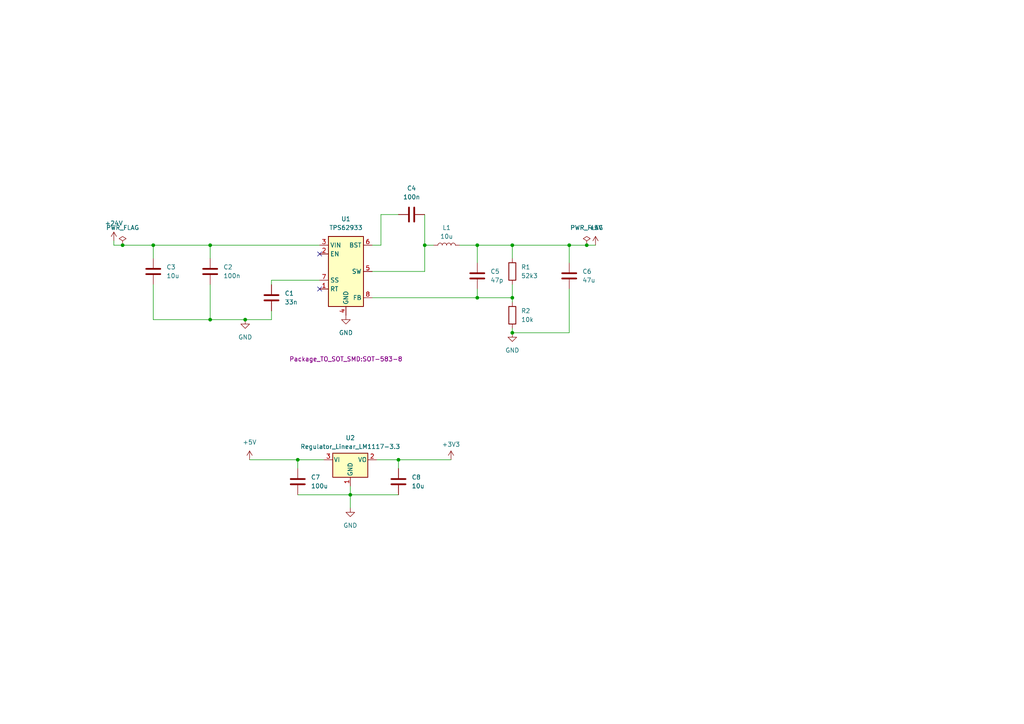
<source format=kicad_sch>
(kicad_sch (version 20230121) (generator eeschema)

  (uuid b652b05a-4e3d-4ad1-b032-18886abe7d45)

  (paper "A4")

  (title_block
    (rev "${REVISION}")
    (company "Author:")
    (comment 1 "Reviewer:")
  )

  (lib_symbols
    (symbol "Device:C" (pin_numbers hide) (pin_names (offset 0.254)) (in_bom yes) (on_board yes)
      (property "Reference" "C" (at 0.635 2.54 0)
        (effects (font (size 1.27 1.27)) (justify left))
      )
      (property "Value" "C" (at 0.635 -2.54 0)
        (effects (font (size 1.27 1.27)) (justify left))
      )
      (property "Footprint" "" (at 0.9652 -3.81 0)
        (effects (font (size 1.27 1.27)) hide)
      )
      (property "Datasheet" "~" (at 0 0 0)
        (effects (font (size 1.27 1.27)) hide)
      )
      (property "ki_keywords" "cap capacitor" (at 0 0 0)
        (effects (font (size 1.27 1.27)) hide)
      )
      (property "ki_description" "Unpolarized capacitor" (at 0 0 0)
        (effects (font (size 1.27 1.27)) hide)
      )
      (property "ki_fp_filters" "C_*" (at 0 0 0)
        (effects (font (size 1.27 1.27)) hide)
      )
      (symbol "C_0_1"
        (polyline
          (pts
            (xy -2.032 -0.762)
            (xy 2.032 -0.762)
          )
          (stroke (width 0.508) (type default))
          (fill (type none))
        )
        (polyline
          (pts
            (xy -2.032 0.762)
            (xy 2.032 0.762)
          )
          (stroke (width 0.508) (type default))
          (fill (type none))
        )
      )
      (symbol "C_1_1"
        (pin passive line (at 0 3.81 270) (length 2.794)
          (name "~" (effects (font (size 1.27 1.27))))
          (number "1" (effects (font (size 1.27 1.27))))
        )
        (pin passive line (at 0 -3.81 90) (length 2.794)
          (name "~" (effects (font (size 1.27 1.27))))
          (number "2" (effects (font (size 1.27 1.27))))
        )
      )
    )
    (symbol "Device:L" (pin_numbers hide) (pin_names (offset 1.016) hide) (in_bom yes) (on_board yes)
      (property "Reference" "L" (at -1.27 0 90)
        (effects (font (size 1.27 1.27)))
      )
      (property "Value" "L" (at 1.905 0 90)
        (effects (font (size 1.27 1.27)))
      )
      (property "Footprint" "" (at 0 0 0)
        (effects (font (size 1.27 1.27)) hide)
      )
      (property "Datasheet" "~" (at 0 0 0)
        (effects (font (size 1.27 1.27)) hide)
      )
      (property "ki_keywords" "inductor choke coil reactor magnetic" (at 0 0 0)
        (effects (font (size 1.27 1.27)) hide)
      )
      (property "ki_description" "Inductor" (at 0 0 0)
        (effects (font (size 1.27 1.27)) hide)
      )
      (property "ki_fp_filters" "Choke_* *Coil* Inductor_* L_*" (at 0 0 0)
        (effects (font (size 1.27 1.27)) hide)
      )
      (symbol "L_0_1"
        (arc (start 0 -2.54) (mid 0.6323 -1.905) (end 0 -1.27)
          (stroke (width 0) (type default))
          (fill (type none))
        )
        (arc (start 0 -1.27) (mid 0.6323 -0.635) (end 0 0)
          (stroke (width 0) (type default))
          (fill (type none))
        )
        (arc (start 0 0) (mid 0.6323 0.635) (end 0 1.27)
          (stroke (width 0) (type default))
          (fill (type none))
        )
        (arc (start 0 1.27) (mid 0.6323 1.905) (end 0 2.54)
          (stroke (width 0) (type default))
          (fill (type none))
        )
      )
      (symbol "L_1_1"
        (pin passive line (at 0 3.81 270) (length 1.27)
          (name "1" (effects (font (size 1.27 1.27))))
          (number "1" (effects (font (size 1.27 1.27))))
        )
        (pin passive line (at 0 -3.81 90) (length 1.27)
          (name "2" (effects (font (size 1.27 1.27))))
          (number "2" (effects (font (size 1.27 1.27))))
        )
      )
    )
    (symbol "Device:R" (pin_numbers hide) (pin_names (offset 0)) (in_bom yes) (on_board yes)
      (property "Reference" "R" (at 2.032 0 90)
        (effects (font (size 1.27 1.27)))
      )
      (property "Value" "R" (at 0 0 90)
        (effects (font (size 1.27 1.27)))
      )
      (property "Footprint" "" (at -1.778 0 90)
        (effects (font (size 1.27 1.27)) hide)
      )
      (property "Datasheet" "~" (at 0 0 0)
        (effects (font (size 1.27 1.27)) hide)
      )
      (property "ki_keywords" "R res resistor" (at 0 0 0)
        (effects (font (size 1.27 1.27)) hide)
      )
      (property "ki_description" "Resistor" (at 0 0 0)
        (effects (font (size 1.27 1.27)) hide)
      )
      (property "ki_fp_filters" "R_*" (at 0 0 0)
        (effects (font (size 1.27 1.27)) hide)
      )
      (symbol "R_0_1"
        (rectangle (start -1.016 -2.54) (end 1.016 2.54)
          (stroke (width 0.254) (type default))
          (fill (type none))
        )
      )
      (symbol "R_1_1"
        (pin passive line (at 0 3.81 270) (length 1.27)
          (name "~" (effects (font (size 1.27 1.27))))
          (number "1" (effects (font (size 1.27 1.27))))
        )
        (pin passive line (at 0 -3.81 90) (length 1.27)
          (name "~" (effects (font (size 1.27 1.27))))
          (number "2" (effects (font (size 1.27 1.27))))
        )
      )
    )
    (symbol "Regulator_Switching:TPS62933" (in_bom yes) (on_board yes)
      (property "Reference" "U" (at 0 13.97 0)
        (effects (font (size 1.27 1.27)))
      )
      (property "Value" "TPS62933" (at 0 11.43 0)
        (effects (font (size 1.27 1.27)))
      )
      (property "Footprint" "Package_TO_SOT_SMD:SOT-583-8" (at 0 -25.4 0)
        (effects (font (size 1.27 1.27)) hide)
      )
      (property "Datasheet" "https://www.ti.com/lit/ds/symlink/tps62933.pdf" (at 0 -22.86 0)
        (effects (font (size 1.27 1.27)) hide)
      )
      (property "ki_keywords" "synchronous buck converter " (at 0 0 0)
        (effects (font (size 1.27 1.27)) hide)
      )
      (property "ki_description" "3.8-V to 30-V, 2-A, 3-A Synchronous Buck Converters, SOT583-8" (at 0 0 0)
        (effects (font (size 1.27 1.27)) hide)
      )
      (property "ki_fp_filters" "SOT?583*" (at 0 0 0)
        (effects (font (size 1.27 1.27)) hide)
      )
      (symbol "TPS62933_0_1"
        (rectangle (start -5.08 10.16) (end 5.08 -10.16)
          (stroke (width 0.254) (type default))
          (fill (type background))
        )
      )
      (symbol "TPS62933_1_1"
        (pin passive line (at -7.62 -5.08 0) (length 2.54)
          (name "RT" (effects (font (size 1.27 1.27))))
          (number "1" (effects (font (size 1.27 1.27))))
        )
        (pin input line (at -7.62 5.08 0) (length 2.54)
          (name "EN" (effects (font (size 1.27 1.27))))
          (number "2" (effects (font (size 1.27 1.27))))
        )
        (pin power_in line (at -7.62 7.62 0) (length 2.54)
          (name "VIN" (effects (font (size 1.27 1.27))))
          (number "3" (effects (font (size 1.27 1.27))))
        )
        (pin power_in line (at 0 -12.7 90) (length 2.54)
          (name "GND" (effects (font (size 1.27 1.27))))
          (number "4" (effects (font (size 1.27 1.27))))
        )
        (pin output line (at 7.62 0 180) (length 2.54)
          (name "SW" (effects (font (size 1.27 1.27))))
          (number "5" (effects (font (size 1.27 1.27))))
        )
        (pin passive line (at 7.62 7.62 180) (length 2.54)
          (name "BST" (effects (font (size 1.27 1.27))))
          (number "6" (effects (font (size 1.27 1.27))))
        )
        (pin passive line (at -7.62 -2.54 0) (length 2.54)
          (name "SS" (effects (font (size 1.27 1.27))))
          (number "7" (effects (font (size 1.27 1.27))))
        )
        (pin input line (at 7.62 -7.62 180) (length 2.54)
          (name "FB" (effects (font (size 1.27 1.27))))
          (number "8" (effects (font (size 1.27 1.27))))
        )
      )
    )
    (symbol "Steering_wheel:LM1117-3.3-Regulator_Linear" (pin_names (offset 0.254)) (in_bom yes) (on_board yes)
      (property "Reference" "U" (at -3.81 3.175 0)
        (effects (font (size 1.27 1.27)))
      )
      (property "Value" "Regulator_Linear_LM1117-3.3" (at 0 3.175 0)
        (effects (font (size 1.27 1.27)) (justify left))
      )
      (property "Footprint" "" (at 0 0 0)
        (effects (font (size 1.27 1.27)) hide)
      )
      (property "Datasheet" "" (at 0 0 0)
        (effects (font (size 1.27 1.27)) hide)
      )
      (property "ki_fp_filters" "SOT?223* TO?263* TO?252* TO?220*" (at 0 0 0)
        (effects (font (size 1.27 1.27)) hide)
      )
      (symbol "LM1117-3.3-Regulator_Linear_0_1"
        (rectangle (start -5.08 -5.08) (end 5.08 1.905)
          (stroke (width 0.254) (type solid))
          (fill (type background))
        )
      )
      (symbol "LM1117-3.3-Regulator_Linear_1_1"
        (pin power_in line (at 0 -7.62 90) (length 2.54)
          (name "GND" (effects (font (size 1.27 1.27))))
          (number "1" (effects (font (size 1.27 1.27))))
        )
        (pin power_out line (at 7.62 0 180) (length 2.54)
          (name "VO" (effects (font (size 1.27 1.27))))
          (number "2" (effects (font (size 1.27 1.27))))
        )
        (pin power_in line (at -7.62 0 0) (length 2.54)
          (name "VI" (effects (font (size 1.27 1.27))))
          (number "3" (effects (font (size 1.27 1.27))))
        )
      )
    )
    (symbol "power:+24V" (power) (pin_names (offset 0)) (in_bom yes) (on_board yes)
      (property "Reference" "#PWR" (at 0 -3.81 0)
        (effects (font (size 1.27 1.27)) hide)
      )
      (property "Value" "+24V" (at 0 3.556 0)
        (effects (font (size 1.27 1.27)))
      )
      (property "Footprint" "" (at 0 0 0)
        (effects (font (size 1.27 1.27)) hide)
      )
      (property "Datasheet" "" (at 0 0 0)
        (effects (font (size 1.27 1.27)) hide)
      )
      (property "ki_keywords" "global power" (at 0 0 0)
        (effects (font (size 1.27 1.27)) hide)
      )
      (property "ki_description" "Power symbol creates a global label with name \"+24V\"" (at 0 0 0)
        (effects (font (size 1.27 1.27)) hide)
      )
      (symbol "+24V_0_1"
        (polyline
          (pts
            (xy -0.762 1.27)
            (xy 0 2.54)
          )
          (stroke (width 0) (type default))
          (fill (type none))
        )
        (polyline
          (pts
            (xy 0 0)
            (xy 0 2.54)
          )
          (stroke (width 0) (type default))
          (fill (type none))
        )
        (polyline
          (pts
            (xy 0 2.54)
            (xy 0.762 1.27)
          )
          (stroke (width 0) (type default))
          (fill (type none))
        )
      )
      (symbol "+24V_1_1"
        (pin power_in line (at 0 0 90) (length 0) hide
          (name "+24V" (effects (font (size 1.27 1.27))))
          (number "1" (effects (font (size 1.27 1.27))))
        )
      )
    )
    (symbol "power:+3V3" (power) (pin_names (offset 0)) (in_bom yes) (on_board yes)
      (property "Reference" "#PWR" (at 0 -3.81 0)
        (effects (font (size 1.27 1.27)) hide)
      )
      (property "Value" "+3V3" (at 0 3.556 0)
        (effects (font (size 1.27 1.27)))
      )
      (property "Footprint" "" (at 0 0 0)
        (effects (font (size 1.27 1.27)) hide)
      )
      (property "Datasheet" "" (at 0 0 0)
        (effects (font (size 1.27 1.27)) hide)
      )
      (property "ki_keywords" "global power" (at 0 0 0)
        (effects (font (size 1.27 1.27)) hide)
      )
      (property "ki_description" "Power symbol creates a global label with name \"+3V3\"" (at 0 0 0)
        (effects (font (size 1.27 1.27)) hide)
      )
      (symbol "+3V3_0_1"
        (polyline
          (pts
            (xy -0.762 1.27)
            (xy 0 2.54)
          )
          (stroke (width 0) (type default))
          (fill (type none))
        )
        (polyline
          (pts
            (xy 0 0)
            (xy 0 2.54)
          )
          (stroke (width 0) (type default))
          (fill (type none))
        )
        (polyline
          (pts
            (xy 0 2.54)
            (xy 0.762 1.27)
          )
          (stroke (width 0) (type default))
          (fill (type none))
        )
      )
      (symbol "+3V3_1_1"
        (pin power_in line (at 0 0 90) (length 0) hide
          (name "+3V3" (effects (font (size 1.27 1.27))))
          (number "1" (effects (font (size 1.27 1.27))))
        )
      )
    )
    (symbol "power:+5V" (power) (pin_names (offset 0)) (in_bom yes) (on_board yes)
      (property "Reference" "#PWR" (at 0 -3.81 0)
        (effects (font (size 1.27 1.27)) hide)
      )
      (property "Value" "+5V" (at 0 3.556 0)
        (effects (font (size 1.27 1.27)))
      )
      (property "Footprint" "" (at 0 0 0)
        (effects (font (size 1.27 1.27)) hide)
      )
      (property "Datasheet" "" (at 0 0 0)
        (effects (font (size 1.27 1.27)) hide)
      )
      (property "ki_keywords" "global power" (at 0 0 0)
        (effects (font (size 1.27 1.27)) hide)
      )
      (property "ki_description" "Power symbol creates a global label with name \"+5V\"" (at 0 0 0)
        (effects (font (size 1.27 1.27)) hide)
      )
      (symbol "+5V_0_1"
        (polyline
          (pts
            (xy -0.762 1.27)
            (xy 0 2.54)
          )
          (stroke (width 0) (type default))
          (fill (type none))
        )
        (polyline
          (pts
            (xy 0 0)
            (xy 0 2.54)
          )
          (stroke (width 0) (type default))
          (fill (type none))
        )
        (polyline
          (pts
            (xy 0 2.54)
            (xy 0.762 1.27)
          )
          (stroke (width 0) (type default))
          (fill (type none))
        )
      )
      (symbol "+5V_1_1"
        (pin power_in line (at 0 0 90) (length 0) hide
          (name "+5V" (effects (font (size 1.27 1.27))))
          (number "1" (effects (font (size 1.27 1.27))))
        )
      )
    )
    (symbol "power:GND" (power) (pin_names (offset 0)) (in_bom yes) (on_board yes)
      (property "Reference" "#PWR" (at 0 -6.35 0)
        (effects (font (size 1.27 1.27)) hide)
      )
      (property "Value" "GND" (at 0 -3.81 0)
        (effects (font (size 1.27 1.27)))
      )
      (property "Footprint" "" (at 0 0 0)
        (effects (font (size 1.27 1.27)) hide)
      )
      (property "Datasheet" "" (at 0 0 0)
        (effects (font (size 1.27 1.27)) hide)
      )
      (property "ki_keywords" "global power" (at 0 0 0)
        (effects (font (size 1.27 1.27)) hide)
      )
      (property "ki_description" "Power symbol creates a global label with name \"GND\" , ground" (at 0 0 0)
        (effects (font (size 1.27 1.27)) hide)
      )
      (symbol "GND_0_1"
        (polyline
          (pts
            (xy 0 0)
            (xy 0 -1.27)
            (xy 1.27 -1.27)
            (xy 0 -2.54)
            (xy -1.27 -1.27)
            (xy 0 -1.27)
          )
          (stroke (width 0) (type default))
          (fill (type none))
        )
      )
      (symbol "GND_1_1"
        (pin power_in line (at 0 0 270) (length 0) hide
          (name "GND" (effects (font (size 1.27 1.27))))
          (number "1" (effects (font (size 1.27 1.27))))
        )
      )
    )
    (symbol "power:PWR_FLAG" (power) (pin_numbers hide) (pin_names (offset 0) hide) (in_bom yes) (on_board yes)
      (property "Reference" "#FLG" (at 0 1.905 0)
        (effects (font (size 1.27 1.27)) hide)
      )
      (property "Value" "PWR_FLAG" (at 0 3.81 0)
        (effects (font (size 1.27 1.27)))
      )
      (property "Footprint" "" (at 0 0 0)
        (effects (font (size 1.27 1.27)) hide)
      )
      (property "Datasheet" "~" (at 0 0 0)
        (effects (font (size 1.27 1.27)) hide)
      )
      (property "ki_keywords" "flag power" (at 0 0 0)
        (effects (font (size 1.27 1.27)) hide)
      )
      (property "ki_description" "Special symbol for telling ERC where power comes from" (at 0 0 0)
        (effects (font (size 1.27 1.27)) hide)
      )
      (symbol "PWR_FLAG_0_0"
        (pin power_out line (at 0 0 90) (length 0)
          (name "pwr" (effects (font (size 1.27 1.27))))
          (number "1" (effects (font (size 1.27 1.27))))
        )
      )
      (symbol "PWR_FLAG_0_1"
        (polyline
          (pts
            (xy 0 0)
            (xy 0 1.27)
            (xy -1.016 1.905)
            (xy 0 2.54)
            (xy 1.016 1.905)
            (xy 0 1.27)
          )
          (stroke (width 0) (type default))
          (fill (type none))
        )
      )
    )
  )

  (junction (at 148.59 96.52) (diameter 0) (color 0 0 0 0)
    (uuid 0f165e2d-cdbf-46b2-8d29-0079a4b442b8)
  )
  (junction (at 148.59 71.12) (diameter 0) (color 0 0 0 0)
    (uuid 16fc357f-42fd-4089-8bbb-bcf2ff4c5a2f)
  )
  (junction (at 170.18 71.12) (diameter 0) (color 0 0 0 0)
    (uuid 287561bc-0a60-4dce-b47e-4a2f9224620c)
  )
  (junction (at 71.12 92.71) (diameter 0) (color 0 0 0 0)
    (uuid 2b07c908-47bc-4e4a-9811-27f385853760)
  )
  (junction (at 138.43 86.36) (diameter 0) (color 0 0 0 0)
    (uuid 31e5bfb3-da19-45fe-8217-b4e9c79f1b15)
  )
  (junction (at 148.59 86.36) (diameter 0) (color 0 0 0 0)
    (uuid 38f10fa3-5f3d-4f2e-80df-9245a31b6880)
  )
  (junction (at 60.96 92.71) (diameter 0) (color 0 0 0 0)
    (uuid 39e6ec0e-3ec1-443d-986c-baa63f719a96)
  )
  (junction (at 44.45 71.12) (diameter 0) (color 0 0 0 0)
    (uuid 3ee8237c-01f9-40fa-9437-dca1554e3ee1)
  )
  (junction (at 123.19 71.12) (diameter 0) (color 0 0 0 0)
    (uuid 464087c2-fa3a-416a-9e94-cff64c7e935b)
  )
  (junction (at 35.56 71.12) (diameter 0) (color 0 0 0 0)
    (uuid 6335adff-df16-45c0-a444-1010793c4c30)
  )
  (junction (at 60.96 71.12) (diameter 0) (color 0 0 0 0)
    (uuid 8cdfe61c-c38d-4c3c-8e39-1b43c44689d5)
  )
  (junction (at 86.36 133.35) (diameter 0) (color 0 0 0 0)
    (uuid 9a8085fe-04df-4993-8663-4582967707db)
  )
  (junction (at 101.6 143.51) (diameter 0) (color 0 0 0 0)
    (uuid 9d25ca48-4533-4ce5-878f-951db7e574f4)
  )
  (junction (at 115.57 133.35) (diameter 0) (color 0 0 0 0)
    (uuid d54a6371-99ff-472a-b4a4-bb202c8081ab)
  )
  (junction (at 138.43 71.12) (diameter 0) (color 0 0 0 0)
    (uuid eb751483-7090-447d-be80-308aeb813f10)
  )
  (junction (at 165.1 71.12) (diameter 0) (color 0 0 0 0)
    (uuid f69e1742-ccdd-46f1-a027-6ac509ebcddb)
  )

  (no_connect (at 92.71 83.82) (uuid 428b5a33-c462-46fd-abf0-50f4f7d8b00e))
  (no_connect (at 92.71 73.66) (uuid a0eca858-82bd-4332-ab2e-16bc14bb89a2))

  (wire (pts (xy 101.6 147.32) (xy 101.6 143.51))
    (stroke (width 0) (type default))
    (uuid 08ca2563-7d0d-41ed-a146-e6a6c7a1afa2)
  )
  (wire (pts (xy 138.43 71.12) (xy 138.43 76.2))
    (stroke (width 0) (type default))
    (uuid 1181b415-757a-41d4-a09b-a39d49089994)
  )
  (wire (pts (xy 78.74 90.17) (xy 78.74 92.71))
    (stroke (width 0) (type default))
    (uuid 17061e15-b5cd-470d-bf52-79a506f52e01)
  )
  (wire (pts (xy 148.59 86.36) (xy 138.43 86.36))
    (stroke (width 0) (type default))
    (uuid 1bd1de55-017e-4d48-b12f-e30a02355569)
  )
  (wire (pts (xy 133.35 71.12) (xy 138.43 71.12))
    (stroke (width 0) (type default))
    (uuid 29571827-72d7-4149-83df-5788eb17d4c7)
  )
  (wire (pts (xy 78.74 82.55) (xy 78.74 81.28))
    (stroke (width 0) (type default))
    (uuid 297a2ea2-ebaa-41c7-9896-d81f63d4114f)
  )
  (wire (pts (xy 86.36 133.35) (xy 86.36 135.89))
    (stroke (width 0) (type default))
    (uuid 29a5d477-5eda-445b-ae27-fe4d53a06f1e)
  )
  (wire (pts (xy 123.19 62.23) (xy 123.19 71.12))
    (stroke (width 0) (type default))
    (uuid 30f3806b-df97-4fdf-8d4f-4f70006ea502)
  )
  (wire (pts (xy 148.59 74.93) (xy 148.59 71.12))
    (stroke (width 0) (type default))
    (uuid 33064405-31fa-44e0-80c2-5f5c1cf2f57e)
  )
  (wire (pts (xy 107.95 78.74) (xy 123.19 78.74))
    (stroke (width 0) (type default))
    (uuid 35c12a5f-c4bb-406f-9bb1-fff88b517ddf)
  )
  (wire (pts (xy 60.96 82.55) (xy 60.96 92.71))
    (stroke (width 0) (type default))
    (uuid 37d5e471-9256-4898-a253-76b13bdf29b1)
  )
  (wire (pts (xy 115.57 133.35) (xy 130.81 133.35))
    (stroke (width 0) (type default))
    (uuid 3a898d5d-6374-4c3f-b0b7-5d47ae1d5da8)
  )
  (wire (pts (xy 101.6 143.51) (xy 101.6 140.97))
    (stroke (width 0) (type default))
    (uuid 3c5721ad-45fa-45ff-a67b-bc0ac2a81b58)
  )
  (wire (pts (xy 33.02 71.12) (xy 35.56 71.12))
    (stroke (width 0) (type default))
    (uuid 412aab78-eb90-4010-a160-0d1a2348186a)
  )
  (wire (pts (xy 44.45 92.71) (xy 60.96 92.71))
    (stroke (width 0) (type default))
    (uuid 4b38c145-060a-4930-8380-74625e960c8d)
  )
  (wire (pts (xy 60.96 92.71) (xy 71.12 92.71))
    (stroke (width 0) (type default))
    (uuid 50a11e95-b025-4202-8e72-30c97d53365d)
  )
  (wire (pts (xy 33.02 69.85) (xy 33.02 71.12))
    (stroke (width 0) (type default))
    (uuid 619f3438-0991-4e60-9f08-c75485cfda98)
  )
  (wire (pts (xy 165.1 96.52) (xy 148.59 96.52))
    (stroke (width 0) (type default))
    (uuid 6307a182-93e1-4dac-9cc3-a3e7c8766817)
  )
  (wire (pts (xy 101.6 143.51) (xy 115.57 143.51))
    (stroke (width 0) (type default))
    (uuid 68ca7322-4bd6-46aa-a7d3-7b398376465f)
  )
  (wire (pts (xy 148.59 86.36) (xy 148.59 87.63))
    (stroke (width 0) (type default))
    (uuid 6d5e5529-dbac-4f2d-92db-50e4528ee41f)
  )
  (wire (pts (xy 78.74 81.28) (xy 92.71 81.28))
    (stroke (width 0) (type default))
    (uuid 72b1d1d9-63cf-4049-a5e3-3d14c8fd473f)
  )
  (wire (pts (xy 110.49 62.23) (xy 115.57 62.23))
    (stroke (width 0) (type default))
    (uuid 778d4a86-6e44-4a80-9418-1790085db014)
  )
  (wire (pts (xy 123.19 71.12) (xy 125.73 71.12))
    (stroke (width 0) (type default))
    (uuid 791f3f7e-f965-4641-bad0-8a0897bfa028)
  )
  (wire (pts (xy 71.12 92.71) (xy 78.74 92.71))
    (stroke (width 0) (type default))
    (uuid 87ae94ad-a3b1-45d1-9939-2a555a649216)
  )
  (wire (pts (xy 138.43 71.12) (xy 148.59 71.12))
    (stroke (width 0) (type default))
    (uuid 917652d4-5934-46e9-981c-bfd6212df45b)
  )
  (wire (pts (xy 109.22 133.35) (xy 115.57 133.35))
    (stroke (width 0) (type default))
    (uuid 93e93ba8-93fb-4756-b31f-fb562a0983df)
  )
  (wire (pts (xy 148.59 71.12) (xy 165.1 71.12))
    (stroke (width 0) (type default))
    (uuid 9761be6b-e649-4dfc-b19f-0c6ba566d45e)
  )
  (wire (pts (xy 60.96 74.93) (xy 60.96 71.12))
    (stroke (width 0) (type default))
    (uuid a34e648d-6ee9-48f0-98a2-435ac4f49a0f)
  )
  (wire (pts (xy 123.19 78.74) (xy 123.19 71.12))
    (stroke (width 0) (type default))
    (uuid abb552f0-e6c7-42a9-874c-47f51cdd2374)
  )
  (wire (pts (xy 44.45 82.55) (xy 44.45 92.71))
    (stroke (width 0) (type default))
    (uuid ac1c006c-4169-4149-a600-7d53f8b62ce3)
  )
  (wire (pts (xy 60.96 71.12) (xy 92.71 71.12))
    (stroke (width 0) (type default))
    (uuid b10ab575-cbc2-4c63-9a73-9516a79e4108)
  )
  (wire (pts (xy 165.1 83.82) (xy 165.1 96.52))
    (stroke (width 0) (type default))
    (uuid b750b62b-23c1-4a34-838d-2178c4cc284c)
  )
  (wire (pts (xy 107.95 86.36) (xy 138.43 86.36))
    (stroke (width 0) (type default))
    (uuid b9bea8ba-dea9-4873-a70d-de5be74b2534)
  )
  (wire (pts (xy 35.56 71.12) (xy 44.45 71.12))
    (stroke (width 0) (type default))
    (uuid ba378c31-51e4-4501-99fb-f53e4145b2a5)
  )
  (wire (pts (xy 107.95 71.12) (xy 110.49 71.12))
    (stroke (width 0) (type default))
    (uuid bc4f9b91-1d81-4825-8fef-9c925be9e1f3)
  )
  (wire (pts (xy 44.45 74.93) (xy 44.45 71.12))
    (stroke (width 0) (type default))
    (uuid be13f394-5fa0-48df-92b2-eeb83c61997f)
  )
  (wire (pts (xy 170.18 71.12) (xy 172.72 71.12))
    (stroke (width 0) (type default))
    (uuid c692278e-98ae-430e-a257-698a8595f908)
  )
  (wire (pts (xy 165.1 76.2) (xy 165.1 71.12))
    (stroke (width 0) (type default))
    (uuid cb20f0b2-3c6c-46ea-b813-a8519188df77)
  )
  (wire (pts (xy 115.57 133.35) (xy 115.57 135.89))
    (stroke (width 0) (type default))
    (uuid ccc7e99f-1455-429c-90f8-4bb4d14aa3c5)
  )
  (wire (pts (xy 44.45 71.12) (xy 60.96 71.12))
    (stroke (width 0) (type default))
    (uuid cfa2ba6c-8e00-4e87-9756-fb9075c39f45)
  )
  (wire (pts (xy 86.36 133.35) (xy 93.98 133.35))
    (stroke (width 0) (type default))
    (uuid d58deee5-17e8-4118-9e2e-6131d29449ed)
  )
  (wire (pts (xy 110.49 71.12) (xy 110.49 62.23))
    (stroke (width 0) (type default))
    (uuid d60182d8-a0ee-4ef8-af69-0b027eb234f8)
  )
  (wire (pts (xy 165.1 71.12) (xy 170.18 71.12))
    (stroke (width 0) (type default))
    (uuid d832f94e-5e8b-4e5f-a536-fc23e71190ea)
  )
  (wire (pts (xy 148.59 95.25) (xy 148.59 96.52))
    (stroke (width 0) (type default))
    (uuid e09a5e86-f7b8-4811-8991-75e80f030f02)
  )
  (wire (pts (xy 138.43 86.36) (xy 138.43 83.82))
    (stroke (width 0) (type default))
    (uuid f58a4c85-ec5f-4ff4-8c24-5d1f309ffd39)
  )
  (wire (pts (xy 72.39 133.35) (xy 86.36 133.35))
    (stroke (width 0) (type default))
    (uuid facb63a8-3621-4c55-ad38-c5f1873aee8f)
  )
  (wire (pts (xy 148.59 82.55) (xy 148.59 86.36))
    (stroke (width 0) (type default))
    (uuid fb0c1017-9e23-411a-b688-526d666b3e01)
  )
  (wire (pts (xy 86.36 143.51) (xy 101.6 143.51))
    (stroke (width 0) (type default))
    (uuid fb9c4ab0-1250-490c-90d3-03eea6a8a54c)
  )

  (symbol (lib_id "Device:C") (at 60.96 78.74 0) (unit 1)
    (in_bom yes) (on_board yes) (dnp no) (fields_autoplaced)
    (uuid 0a11c60b-1bbe-448d-aeb3-5ddaf3375be1)
    (property "Reference" "C2" (at 64.77 77.47 0)
      (effects (font (size 1.27 1.27)) (justify left))
    )
    (property "Value" "100n" (at 64.77 80.01 0)
      (effects (font (size 1.27 1.27)) (justify left))
    )
    (property "Footprint" "Capacitor_SMD:C_0603_1608Metric" (at 61.9252 82.55 0)
      (effects (font (size 1.27 1.27)) hide)
    )
    (property "Datasheet" "~" (at 60.96 78.74 0)
      (effects (font (size 1.27 1.27)) hide)
    )
    (pin "1" (uuid ae285c08-702b-40bb-9f55-ee4a41078436))
    (pin "2" (uuid 36cc5205-907c-430c-996f-b77120620e10))
    (instances
      (project "Steering_wheel"
        (path "/0aa90e28-4005-4a42-b82e-6d9887b67114/2d921aa5-9df3-4a9d-9769-0ae8f724029f"
          (reference "C2") (unit 1)
        )
      )
      (project "Streeing_wheel"
        (path "/b652b05a-4e3d-4ad1-b032-18886abe7d45"
          (reference "C2") (unit 1)
        )
      )
    )
  )

  (symbol (lib_id "power:+5V") (at 72.39 133.35 0) (unit 1)
    (in_bom yes) (on_board yes) (dnp no) (fields_autoplaced)
    (uuid 0bd20b64-8156-43f3-9130-5818355764c2)
    (property "Reference" "#PWR07" (at 72.39 137.16 0)
      (effects (font (size 1.27 1.27)) hide)
    )
    (property "Value" "+5V" (at 72.39 128.27 0)
      (effects (font (size 1.27 1.27)))
    )
    (property "Footprint" "" (at 72.39 133.35 0)
      (effects (font (size 1.27 1.27)) hide)
    )
    (property "Datasheet" "" (at 72.39 133.35 0)
      (effects (font (size 1.27 1.27)) hide)
    )
    (pin "1" (uuid bbda12eb-6f68-4444-ab1f-c8fb1bac245c))
    (instances
      (project "Steering_wheel"
        (path "/0aa90e28-4005-4a42-b82e-6d9887b67114/2d921aa5-9df3-4a9d-9769-0ae8f724029f"
          (reference "#PWR07") (unit 1)
        )
      )
      (project "Streeing_wheel"
        (path "/b652b05a-4e3d-4ad1-b032-18886abe7d45"
          (reference "#PWR07") (unit 1)
        )
      )
    )
  )

  (symbol (lib_id "power:PWR_FLAG") (at 170.18 71.12 0) (unit 1)
    (in_bom yes) (on_board yes) (dnp no) (fields_autoplaced)
    (uuid 0d5c4318-ea65-4922-b5e4-49774c9a37db)
    (property "Reference" "#FLG02" (at 170.18 69.215 0)
      (effects (font (size 1.27 1.27)) hide)
    )
    (property "Value" "PWR_FLAG" (at 170.18 66.04 0)
      (effects (font (size 1.27 1.27)))
    )
    (property "Footprint" "" (at 170.18 71.12 0)
      (effects (font (size 1.27 1.27)) hide)
    )
    (property "Datasheet" "~" (at 170.18 71.12 0)
      (effects (font (size 1.27 1.27)) hide)
    )
    (pin "1" (uuid ec94b999-74df-4c1a-a78a-4d5c216bd5ff))
    (instances
      (project "Steering_wheel"
        (path "/0aa90e28-4005-4a42-b82e-6d9887b67114/2d921aa5-9df3-4a9d-9769-0ae8f724029f"
          (reference "#FLG02") (unit 1)
        )
      )
      (project "Streeing_wheel"
        (path "/b652b05a-4e3d-4ad1-b032-18886abe7d45"
          (reference "#FLG02") (unit 1)
        )
      )
    )
  )

  (symbol (lib_id "Device:C") (at 119.38 62.23 90) (unit 1)
    (in_bom yes) (on_board yes) (dnp no) (fields_autoplaced)
    (uuid 240c03a7-6566-48a5-9a1b-0db579723fe6)
    (property "Reference" "C4" (at 119.38 54.61 90)
      (effects (font (size 1.27 1.27)))
    )
    (property "Value" "100n" (at 119.38 57.15 90)
      (effects (font (size 1.27 1.27)))
    )
    (property "Footprint" "Capacitor_SMD:C_0603_1608Metric" (at 123.19 61.2648 0)
      (effects (font (size 1.27 1.27)) hide)
    )
    (property "Datasheet" "~" (at 119.38 62.23 0)
      (effects (font (size 1.27 1.27)) hide)
    )
    (pin "1" (uuid a6dc373d-f4a0-452c-81e3-63f9841aa025))
    (pin "2" (uuid 2c585047-8cc8-4549-8544-f781a4a10f81))
    (instances
      (project "Steering_wheel"
        (path "/0aa90e28-4005-4a42-b82e-6d9887b67114/2d921aa5-9df3-4a9d-9769-0ae8f724029f"
          (reference "C4") (unit 1)
        )
      )
      (project "Streeing_wheel"
        (path "/b652b05a-4e3d-4ad1-b032-18886abe7d45"
          (reference "C4") (unit 1)
        )
      )
    )
  )

  (symbol (lib_id "Device:L") (at 129.54 71.12 90) (unit 1)
    (in_bom yes) (on_board yes) (dnp no) (fields_autoplaced)
    (uuid 272038fd-1877-4f18-bc97-1663e2ba7a6d)
    (property "Reference" "L1" (at 129.54 66.04 90)
      (effects (font (size 1.27 1.27)))
    )
    (property "Value" "10u" (at 129.54 68.58 90)
      (effects (font (size 1.27 1.27)))
    )
    (property "Footprint" "Inductor_SMD:L_0603_1608Metric" (at 129.54 71.12 0)
      (effects (font (size 1.27 1.27)) hide)
    )
    (property "Datasheet" "~" (at 129.54 71.12 0)
      (effects (font (size 1.27 1.27)) hide)
    )
    (pin "1" (uuid d80edaac-c01e-4e98-b179-2cc30d6e4cba))
    (pin "2" (uuid 5e30c1f6-7a1f-4e8b-85fd-7812f62dadc5))
    (instances
      (project "Steering_wheel"
        (path "/0aa90e28-4005-4a42-b82e-6d9887b67114/2d921aa5-9df3-4a9d-9769-0ae8f724029f"
          (reference "L1") (unit 1)
        )
      )
      (project "Streeing_wheel"
        (path "/b652b05a-4e3d-4ad1-b032-18886abe7d45"
          (reference "L1") (unit 1)
        )
      )
    )
  )

  (symbol (lib_id "Device:R") (at 148.59 78.74 0) (unit 1)
    (in_bom yes) (on_board yes) (dnp no) (fields_autoplaced)
    (uuid 2bf3c6b9-6483-47c5-9778-dae85c6c6016)
    (property "Reference" "R1" (at 151.13 77.47 0)
      (effects (font (size 1.27 1.27)) (justify left))
    )
    (property "Value" "52k3" (at 151.13 80.01 0)
      (effects (font (size 1.27 1.27)) (justify left))
    )
    (property "Footprint" "Resistor_SMD:R_0603_1608Metric" (at 146.812 78.74 90)
      (effects (font (size 1.27 1.27)) hide)
    )
    (property "Datasheet" "~" (at 148.59 78.74 0)
      (effects (font (size 1.27 1.27)) hide)
    )
    (pin "1" (uuid 64f35c97-bee0-4b60-ba02-c19c3e0acb85))
    (pin "2" (uuid 9644bb83-9434-46e2-805f-3927911fa61c))
    (instances
      (project "Steering_wheel"
        (path "/0aa90e28-4005-4a42-b82e-6d9887b67114/2d921aa5-9df3-4a9d-9769-0ae8f724029f"
          (reference "R1") (unit 1)
        )
      )
      (project "Streeing_wheel"
        (path "/b652b05a-4e3d-4ad1-b032-18886abe7d45"
          (reference "R1") (unit 1)
        )
      )
    )
  )

  (symbol (lib_id "Device:C") (at 138.43 80.01 180) (unit 1)
    (in_bom yes) (on_board yes) (dnp no) (fields_autoplaced)
    (uuid 2fa68544-4f1c-440e-af8f-2a8c8d7b3260)
    (property "Reference" "C5" (at 142.24 78.74 0)
      (effects (font (size 1.27 1.27)) (justify right))
    )
    (property "Value" "47p" (at 142.24 81.28 0)
      (effects (font (size 1.27 1.27)) (justify right))
    )
    (property "Footprint" "Capacitor_SMD:C_0603_1608Metric" (at 137.4648 76.2 0)
      (effects (font (size 1.27 1.27)) hide)
    )
    (property "Datasheet" "~" (at 138.43 80.01 0)
      (effects (font (size 1.27 1.27)) hide)
    )
    (pin "1" (uuid 31e5e5d6-e031-4cfd-bf6c-a26379b1accd))
    (pin "2" (uuid 5ad32ee9-2278-449e-a478-d825662f4ac1))
    (instances
      (project "Steering_wheel"
        (path "/0aa90e28-4005-4a42-b82e-6d9887b67114/2d921aa5-9df3-4a9d-9769-0ae8f724029f"
          (reference "C5") (unit 1)
        )
      )
      (project "Streeing_wheel"
        (path "/b652b05a-4e3d-4ad1-b032-18886abe7d45"
          (reference "C5") (unit 1)
        )
      )
    )
  )

  (symbol (lib_id "power:+24V") (at 33.02 69.85 0) (unit 1)
    (in_bom yes) (on_board yes) (dnp no) (fields_autoplaced)
    (uuid 2fcb9db2-8760-4428-b4a3-d00163188709)
    (property "Reference" "#PWR04" (at 33.02 73.66 0)
      (effects (font (size 1.27 1.27)) hide)
    )
    (property "Value" "+24V" (at 33.02 64.77 0)
      (effects (font (size 1.27 1.27)))
    )
    (property "Footprint" "" (at 33.02 69.85 0)
      (effects (font (size 1.27 1.27)) hide)
    )
    (property "Datasheet" "" (at 33.02 69.85 0)
      (effects (font (size 1.27 1.27)) hide)
    )
    (property "Sim.Device" "V" (at 33.02 69.85 0)
      (effects (font (size 1.27 1.27)) hide)
    )
    (property "Sim.Type" "DC" (at 33.02 69.85 0)
      (effects (font (size 1.27 1.27)) hide)
    )
    (property "Sim.Pins" "1=+" (at 33.02 69.85 0)
      (effects (font (size 1.27 1.27)) hide)
    )
    (property "Sim.Params" "dc=\"\"" (at 33.02 69.85 0)
      (effects (font (size 1.27 1.27)) hide)
    )
    (pin "1" (uuid 60a302bc-e0f6-471f-bab5-fcffbe7d521c))
    (instances
      (project "Steering_wheel"
        (path "/0aa90e28-4005-4a42-b82e-6d9887b67114/2d921aa5-9df3-4a9d-9769-0ae8f724029f"
          (reference "#PWR04") (unit 1)
        )
      )
      (project "Streeing_wheel"
        (path "/b652b05a-4e3d-4ad1-b032-18886abe7d45"
          (reference "#PWR04") (unit 1)
        )
      )
    )
  )

  (symbol (lib_id "Steering_wheel:LM1117-3.3-Regulator_Linear") (at 101.6 133.35 0) (unit 1)
    (in_bom yes) (on_board yes) (dnp no) (fields_autoplaced)
    (uuid 5a137a8f-cad7-4ab4-9268-ea7b3f54f47c)
    (property "Reference" "U2" (at 101.6 127 0)
      (effects (font (size 1.27 1.27)))
    )
    (property "Value" "Regulator_Linear_LM1117-3.3" (at 101.6 129.54 0)
      (effects (font (size 1.27 1.27)))
    )
    (property "Footprint" "Package_TO_SOT_SMD:SOT-23" (at 101.6 133.35 0)
      (effects (font (size 1.27 1.27)) hide)
    )
    (property "Datasheet" "https://www.ti.com/lit/ds/symlink/lm1117.pdf" (at 101.6 133.35 0)
      (effects (font (size 1.27 1.27)) hide)
    )
    (pin "2" (uuid 031513eb-af92-43cd-81d7-eff22fd2ce2d))
    (pin "3" (uuid d4183fd2-7afc-493b-adc0-1522b27ddcaa))
    (pin "1" (uuid 0cc9e97e-e295-43ef-9f18-d710dba030e1))
    (instances
      (project "Steering_wheel"
        (path "/0aa90e28-4005-4a42-b82e-6d9887b67114/2d921aa5-9df3-4a9d-9769-0ae8f724029f"
          (reference "U2") (unit 1)
        )
      )
    )
  )

  (symbol (lib_id "power:+5V") (at 172.72 71.12 0) (unit 1)
    (in_bom yes) (on_board yes) (dnp no) (fields_autoplaced)
    (uuid 62494392-b719-4532-8334-c1e916eb033b)
    (property "Reference" "#PWR05" (at 172.72 74.93 0)
      (effects (font (size 1.27 1.27)) hide)
    )
    (property "Value" "+5V" (at 172.72 66.04 0)
      (effects (font (size 1.27 1.27)))
    )
    (property "Footprint" "" (at 172.72 71.12 0)
      (effects (font (size 1.27 1.27)) hide)
    )
    (property "Datasheet" "" (at 172.72 71.12 0)
      (effects (font (size 1.27 1.27)) hide)
    )
    (pin "1" (uuid 6d62dd10-9f98-4a9c-b45e-1d152a093ba9))
    (instances
      (project "Steering_wheel"
        (path "/0aa90e28-4005-4a42-b82e-6d9887b67114/2d921aa5-9df3-4a9d-9769-0ae8f724029f"
          (reference "#PWR05") (unit 1)
        )
      )
      (project "Streeing_wheel"
        (path "/b652b05a-4e3d-4ad1-b032-18886abe7d45"
          (reference "#PWR05") (unit 1)
        )
      )
    )
  )

  (symbol (lib_id "Device:R") (at 148.59 91.44 0) (unit 1)
    (in_bom yes) (on_board yes) (dnp no) (fields_autoplaced)
    (uuid 62583d86-2492-433d-9efe-24836422d7a7)
    (property "Reference" "R2" (at 151.13 90.17 0)
      (effects (font (size 1.27 1.27)) (justify left))
    )
    (property "Value" "10k" (at 151.13 92.71 0)
      (effects (font (size 1.27 1.27)) (justify left))
    )
    (property "Footprint" "Resistor_SMD:R_0603_1608Metric" (at 146.812 91.44 90)
      (effects (font (size 1.27 1.27)) hide)
    )
    (property "Datasheet" "~" (at 148.59 91.44 0)
      (effects (font (size 1.27 1.27)) hide)
    )
    (pin "1" (uuid 72407769-23a7-434c-85e2-7f2a9ae55665))
    (pin "2" (uuid 6bcf0b57-5c1c-478d-9998-117c512fff40))
    (instances
      (project "Steering_wheel"
        (path "/0aa90e28-4005-4a42-b82e-6d9887b67114/2d921aa5-9df3-4a9d-9769-0ae8f724029f"
          (reference "R2") (unit 1)
        )
      )
      (project "Streeing_wheel"
        (path "/b652b05a-4e3d-4ad1-b032-18886abe7d45"
          (reference "R2") (unit 1)
        )
      )
    )
  )

  (symbol (lib_id "power:GND") (at 100.33 91.44 0) (unit 1)
    (in_bom yes) (on_board yes) (dnp no) (fields_autoplaced)
    (uuid 6deae456-aa6a-4b68-9758-e8bfec9e9015)
    (property "Reference" "#PWR03" (at 100.33 97.79 0)
      (effects (font (size 1.27 1.27)) hide)
    )
    (property "Value" "GND" (at 100.33 96.52 0)
      (effects (font (size 1.27 1.27)))
    )
    (property "Footprint" "" (at 100.33 91.44 0)
      (effects (font (size 1.27 1.27)) hide)
    )
    (property "Datasheet" "" (at 100.33 91.44 0)
      (effects (font (size 1.27 1.27)) hide)
    )
    (pin "1" (uuid 45d19506-3bf5-473e-b01c-1d039daf5e3e))
    (instances
      (project "Steering_wheel"
        (path "/0aa90e28-4005-4a42-b82e-6d9887b67114/2d921aa5-9df3-4a9d-9769-0ae8f724029f"
          (reference "#PWR03") (unit 1)
        )
      )
      (project "Streeing_wheel"
        (path "/b652b05a-4e3d-4ad1-b032-18886abe7d45"
          (reference "#PWR03") (unit 1)
        )
      )
    )
  )

  (symbol (lib_id "power:GND") (at 101.6 147.32 0) (unit 1)
    (in_bom yes) (on_board yes) (dnp no) (fields_autoplaced)
    (uuid 7d7b7215-5fbd-42c3-bada-e9e8dde8b4b2)
    (property "Reference" "#PWR0102" (at 101.6 153.67 0)
      (effects (font (size 1.27 1.27)) hide)
    )
    (property "Value" "GND" (at 101.6 152.4 0)
      (effects (font (size 1.27 1.27)))
    )
    (property "Footprint" "" (at 101.6 147.32 0)
      (effects (font (size 1.27 1.27)) hide)
    )
    (property "Datasheet" "" (at 101.6 147.32 0)
      (effects (font (size 1.27 1.27)) hide)
    )
    (pin "1" (uuid 8717e629-7490-4e98-9021-ea42b21aa6f4))
    (instances
      (project "Steering_wheel"
        (path "/0aa90e28-4005-4a42-b82e-6d9887b67114/2d921aa5-9df3-4a9d-9769-0ae8f724029f"
          (reference "#PWR0102") (unit 1)
        )
      )
      (project "Streeing_wheel"
        (path "/b652b05a-4e3d-4ad1-b032-18886abe7d45"
          (reference "#PWR06") (unit 1)
        )
      )
    )
  )

  (symbol (lib_id "Device:C") (at 86.36 139.7 0) (unit 1)
    (in_bom yes) (on_board yes) (dnp no) (fields_autoplaced)
    (uuid 865ebc42-94bd-44e5-93a7-9fba856d4548)
    (property "Reference" "C24" (at 90.17 138.43 0)
      (effects (font (size 1.27 1.27)) (justify left))
    )
    (property "Value" "100u" (at 90.17 140.97 0)
      (effects (font (size 1.27 1.27)) (justify left))
    )
    (property "Footprint" "Capacitor_SMD:C_0603_1608Metric" (at 87.3252 143.51 0)
      (effects (font (size 1.27 1.27)) hide)
    )
    (property "Datasheet" "~" (at 86.36 139.7 0)
      (effects (font (size 1.27 1.27)) hide)
    )
    (pin "2" (uuid 6f1b812d-f584-4ddc-8645-c04da7ccad98))
    (pin "1" (uuid 9a22d459-6d96-429d-8132-df3bf32be946))
    (instances
      (project "Steering_wheel"
        (path "/0aa90e28-4005-4a42-b82e-6d9887b67114/2d921aa5-9df3-4a9d-9769-0ae8f724029f"
          (reference "C24") (unit 1)
        )
      )
      (project "Streeing_wheel"
        (path "/b652b05a-4e3d-4ad1-b032-18886abe7d45"
          (reference "C7") (unit 1)
        )
      )
    )
  )

  (symbol (lib_id "power:GND") (at 71.12 92.71 0) (unit 1)
    (in_bom yes) (on_board yes) (dnp no) (fields_autoplaced)
    (uuid 8b5f5e99-69cf-48bf-9b62-1e52b0aa8f97)
    (property "Reference" "#PWR02" (at 71.12 99.06 0)
      (effects (font (size 1.27 1.27)) hide)
    )
    (property "Value" "GND" (at 71.12 97.79 0)
      (effects (font (size 1.27 1.27)))
    )
    (property "Footprint" "" (at 71.12 92.71 0)
      (effects (font (size 1.27 1.27)) hide)
    )
    (property "Datasheet" "" (at 71.12 92.71 0)
      (effects (font (size 1.27 1.27)) hide)
    )
    (pin "1" (uuid e9755e86-0e2c-420b-a5ae-af896d32d576))
    (instances
      (project "Steering_wheel"
        (path "/0aa90e28-4005-4a42-b82e-6d9887b67114/2d921aa5-9df3-4a9d-9769-0ae8f724029f"
          (reference "#PWR02") (unit 1)
        )
      )
      (project "Streeing_wheel"
        (path "/b652b05a-4e3d-4ad1-b032-18886abe7d45"
          (reference "#PWR02") (unit 1)
        )
      )
    )
  )

  (symbol (lib_id "Regulator_Switching:TPS62933") (at 100.33 78.74 0) (unit 1)
    (in_bom yes) (on_board yes) (dnp no) (fields_autoplaced)
    (uuid aeb99f73-f298-47ef-8ba6-35ba5ec0c3ac)
    (property "Reference" "U1" (at 100.33 63.5 0)
      (effects (font (size 1.27 1.27)))
    )
    (property "Value" "TPS62933" (at 100.33 66.04 0)
      (effects (font (size 1.27 1.27)))
    )
    (property "Footprint" "Package_TO_SOT_SMD:SOT-583-8" (at 100.33 104.14 0)
      (effects (font (size 1.27 1.27)))
    )
    (property "Datasheet" "https://www.ti.com/lit/ds/symlink/tps62933.pdf?ts=1702134573214&ref_url=https%253A%252F%252Fwww.ti.com%252Fproduct%252FTPS62933" (at 100.33 101.6 0)
      (effects (font (size 1.27 1.27)) hide)
    )
    (property "Sim.Library" "C:\\Users\\kubus\\OneDrive\\Pulpit\\Nowy folder (2)\\TPS62932_TRANS.LIB" (at 100.33 78.74 0)
      (effects (font (size 1.27 1.27)) hide)
    )
    (property "Sim.Name" "TPS62932_TRANS" (at 100.33 78.74 0)
      (effects (font (size 1.27 1.27)) hide)
    )
    (property "Sim.Device" "SUBCKT" (at 100.33 78.74 0)
      (effects (font (size 1.27 1.27)) hide)
    )
    (property "Sim.Pins" "1=BST 2=EN 3=FB 4=GND 5=RT 6=SS 7=SW 8=VIN" (at 100.33 78.74 0)
      (effects (font (size 1.27 1.27)) hide)
    )
    (pin "4" (uuid b32b8454-ab8e-490a-a4ac-7246fceb1230))
    (pin "6" (uuid f58f4962-464e-4ddb-9214-6f7eb3c294e7))
    (pin "1" (uuid 51d2e64b-3700-4913-8c58-10461bbea0ab))
    (pin "8" (uuid 48c4a9f9-deed-4c38-ba2d-5423797b612d))
    (pin "3" (uuid 8319747b-31e4-453f-ade5-c675e545e43b))
    (pin "2" (uuid 96342650-81a5-47d2-8167-3fec0294a005))
    (pin "5" (uuid 9b28f0ad-ef0c-4abc-acdd-d67f883d9d2e))
    (pin "7" (uuid f17a56bd-b749-4b0b-9fef-8ccf4ee9e481))
    (instances
      (project "Steering_wheel"
        (path "/0aa90e28-4005-4a42-b82e-6d9887b67114/2d921aa5-9df3-4a9d-9769-0ae8f724029f"
          (reference "U1") (unit 1)
        )
      )
      (project "Streeing_wheel"
        (path "/b652b05a-4e3d-4ad1-b032-18886abe7d45"
          (reference "U1") (unit 1)
        )
      )
    )
  )

  (symbol (lib_id "power:+3V3") (at 130.81 133.35 0) (unit 1)
    (in_bom yes) (on_board yes) (dnp no) (fields_autoplaced)
    (uuid bcb7357e-2f10-4b2c-b9b8-e3d21268b538)
    (property "Reference" "#PWR015" (at 130.81 137.16 0)
      (effects (font (size 1.27 1.27)) hide)
    )
    (property "Value" "+3V3" (at 130.81 128.905 0)
      (effects (font (size 1.27 1.27)))
    )
    (property "Footprint" "" (at 130.81 133.35 0)
      (effects (font (size 1.27 1.27)) hide)
    )
    (property "Datasheet" "" (at 130.81 133.35 0)
      (effects (font (size 1.27 1.27)) hide)
    )
    (pin "1" (uuid 63afec3c-01cb-4cbc-a946-8f4d2fba2a2a))
    (instances
      (project "Steering_wheel"
        (path "/0aa90e28-4005-4a42-b82e-6d9887b67114"
          (reference "#PWR015") (unit 1)
        )
        (path "/0aa90e28-4005-4a42-b82e-6d9887b67114/2d921aa5-9df3-4a9d-9769-0ae8f724029f"
          (reference "#PWR024") (unit 1)
        )
      )
    )
  )

  (symbol (lib_id "Device:C") (at 44.45 78.74 0) (unit 1)
    (in_bom yes) (on_board yes) (dnp no) (fields_autoplaced)
    (uuid bfa54b38-84b6-4637-98f9-fee9f56c9893)
    (property "Reference" "C1" (at 48.26 77.47 0)
      (effects (font (size 1.27 1.27)) (justify left))
    )
    (property "Value" "10u" (at 48.26 80.01 0)
      (effects (font (size 1.27 1.27)) (justify left))
    )
    (property "Footprint" "LED_SMD:LED_0603_1608Metric" (at 45.4152 82.55 0)
      (effects (font (size 1.27 1.27)) hide)
    )
    (property "Datasheet" "~" (at 44.45 78.74 0)
      (effects (font (size 1.27 1.27)) hide)
    )
    (property "Sim.Device" "C" (at 44.45 78.74 0)
      (effects (font (size 1.27 1.27)) hide)
    )
    (property "Sim.Pins" "1=+ 2=-" (at 44.45 78.74 0)
      (effects (font (size 1.27 1.27)) hide)
    )
    (pin "1" (uuid 0a778d7c-99e7-4a11-a912-1f181dfacf00))
    (pin "2" (uuid 2a53e659-cd25-49d4-ba5a-dc3b09a46a80))
    (instances
      (project "Steering_wheel"
        (path "/0aa90e28-4005-4a42-b82e-6d9887b67114/2d921aa5-9df3-4a9d-9769-0ae8f724029f"
          (reference "C1") (unit 1)
        )
      )
      (project "Streeing_wheel"
        (path "/b652b05a-4e3d-4ad1-b032-18886abe7d45"
          (reference "C3") (unit 1)
        )
      )
    )
  )

  (symbol (lib_id "power:GND") (at 148.59 96.52 0) (unit 1)
    (in_bom yes) (on_board yes) (dnp no) (fields_autoplaced)
    (uuid e539b70a-e5d1-4698-8e46-cab4d7c21480)
    (property "Reference" "#PWR0101" (at 148.59 102.87 0)
      (effects (font (size 1.27 1.27)) hide)
    )
    (property "Value" "GND" (at 148.59 101.6 0)
      (effects (font (size 1.27 1.27)))
    )
    (property "Footprint" "" (at 148.59 96.52 0)
      (effects (font (size 1.27 1.27)) hide)
    )
    (property "Datasheet" "" (at 148.59 96.52 0)
      (effects (font (size 1.27 1.27)) hide)
    )
    (pin "1" (uuid eba339de-4d85-4504-99cf-b3c6aacbbe54))
    (instances
      (project "Steering_wheel"
        (path "/0aa90e28-4005-4a42-b82e-6d9887b67114/2d921aa5-9df3-4a9d-9769-0ae8f724029f"
          (reference "#PWR0101") (unit 1)
        )
      )
      (project "Streeing_wheel"
        (path "/b652b05a-4e3d-4ad1-b032-18886abe7d45"
          (reference "#PWR01") (unit 1)
        )
      )
    )
  )

  (symbol (lib_id "Device:C") (at 115.57 139.7 0) (unit 1)
    (in_bom yes) (on_board yes) (dnp no) (fields_autoplaced)
    (uuid e79922d1-3e99-432d-a0b8-62494296ee25)
    (property "Reference" "C25" (at 119.38 138.43 0)
      (effects (font (size 1.27 1.27)) (justify left))
    )
    (property "Value" "10u" (at 119.38 140.97 0)
      (effects (font (size 1.27 1.27)) (justify left))
    )
    (property "Footprint" "Capacitor_SMD:C_0603_1608Metric" (at 116.5352 143.51 0)
      (effects (font (size 1.27 1.27)) hide)
    )
    (property "Datasheet" "~" (at 115.57 139.7 0)
      (effects (font (size 1.27 1.27)) hide)
    )
    (pin "2" (uuid 884ea8ad-7c5c-44e0-8f53-683fefe9a0a2))
    (pin "1" (uuid a517b60d-4034-41fb-990f-4bd7f9823d4d))
    (instances
      (project "Steering_wheel"
        (path "/0aa90e28-4005-4a42-b82e-6d9887b67114/2d921aa5-9df3-4a9d-9769-0ae8f724029f"
          (reference "C25") (unit 1)
        )
      )
      (project "Streeing_wheel"
        (path "/b652b05a-4e3d-4ad1-b032-18886abe7d45"
          (reference "C8") (unit 1)
        )
      )
    )
  )

  (symbol (lib_id "Device:C") (at 78.74 86.36 0) (unit 1)
    (in_bom yes) (on_board yes) (dnp no) (fields_autoplaced)
    (uuid f25f8e64-dc28-488e-afc2-e87453a8bf7d)
    (property "Reference" "C3" (at 82.55 85.09 0)
      (effects (font (size 1.27 1.27)) (justify left))
    )
    (property "Value" "33n" (at 82.55 87.63 0)
      (effects (font (size 1.27 1.27)) (justify left))
    )
    (property "Footprint" "Capacitor_SMD:C_0603_1608Metric" (at 79.7052 90.17 0)
      (effects (font (size 1.27 1.27)) hide)
    )
    (property "Datasheet" "~" (at 78.74 86.36 0)
      (effects (font (size 1.27 1.27)) hide)
    )
    (pin "1" (uuid 081ac8bf-a530-4ffa-becf-f919a0fba55b))
    (pin "2" (uuid f2a972b6-c712-48f2-b94e-9425f58babd7))
    (instances
      (project "Steering_wheel"
        (path "/0aa90e28-4005-4a42-b82e-6d9887b67114/2d921aa5-9df3-4a9d-9769-0ae8f724029f"
          (reference "C3") (unit 1)
        )
      )
      (project "Streeing_wheel"
        (path "/b652b05a-4e3d-4ad1-b032-18886abe7d45"
          (reference "C1") (unit 1)
        )
      )
    )
  )

  (symbol (lib_id "Device:C") (at 165.1 80.01 0) (unit 1)
    (in_bom yes) (on_board yes) (dnp no) (fields_autoplaced)
    (uuid f9e0c309-e034-445b-abe9-c4a90972eb3c)
    (property "Reference" "C6" (at 168.91 78.74 0)
      (effects (font (size 1.27 1.27)) (justify left))
    )
    (property "Value" "47u" (at 168.91 81.28 0)
      (effects (font (size 1.27 1.27)) (justify left))
    )
    (property "Footprint" "Capacitor_SMD:C_0603_1608Metric" (at 166.0652 83.82 0)
      (effects (font (size 1.27 1.27)) hide)
    )
    (property "Datasheet" "~" (at 165.1 80.01 0)
      (effects (font (size 1.27 1.27)) hide)
    )
    (pin "1" (uuid b3ee2b34-c6b9-4ff2-9c42-c20d183aa99e))
    (pin "2" (uuid 842c539e-35a6-4062-a8f8-349e5a5ada38))
    (instances
      (project "Steering_wheel"
        (path "/0aa90e28-4005-4a42-b82e-6d9887b67114/2d921aa5-9df3-4a9d-9769-0ae8f724029f"
          (reference "C6") (unit 1)
        )
      )
      (project "Streeing_wheel"
        (path "/b652b05a-4e3d-4ad1-b032-18886abe7d45"
          (reference "C6") (unit 1)
        )
      )
    )
  )

  (symbol (lib_id "power:PWR_FLAG") (at 35.56 71.12 0) (unit 1)
    (in_bom yes) (on_board yes) (dnp no) (fields_autoplaced)
    (uuid ff79a5cd-c584-4fd9-a043-177a9c09d37d)
    (property "Reference" "#FLG01" (at 35.56 69.215 0)
      (effects (font (size 1.27 1.27)) hide)
    )
    (property "Value" "PWR_FLAG" (at 35.56 66.04 0)
      (effects (font (size 1.27 1.27)))
    )
    (property "Footprint" "" (at 35.56 71.12 0)
      (effects (font (size 1.27 1.27)) hide)
    )
    (property "Datasheet" "~" (at 35.56 71.12 0)
      (effects (font (size 1.27 1.27)) hide)
    )
    (pin "1" (uuid 5cb0ea02-d867-4bb0-b011-6f7e259d8af9))
    (instances
      (project "Steering_wheel"
        (path "/0aa90e28-4005-4a42-b82e-6d9887b67114/2d921aa5-9df3-4a9d-9769-0ae8f724029f"
          (reference "#FLG01") (unit 1)
        )
      )
      (project "Streeing_wheel"
        (path "/b652b05a-4e3d-4ad1-b032-18886abe7d45"
          (reference "#FLG01") (unit 1)
        )
      )
    )
  )
)

</source>
